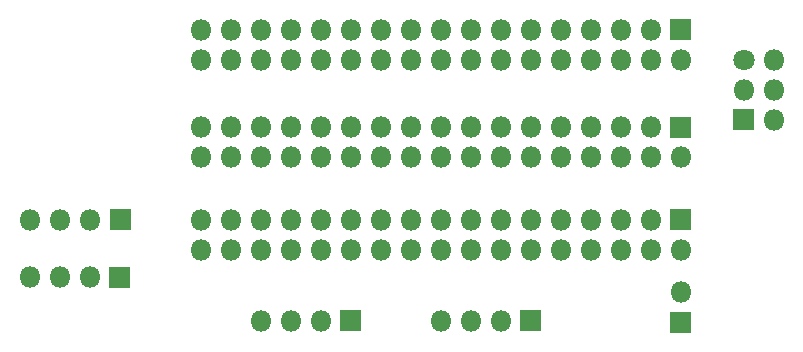
<source format=gbr>
G04 #@! TF.GenerationSoftware,KiCad,Pcbnew,(5.1.9)-1*
G04 #@! TF.CreationDate,2021-09-22T10:05:06+01:00*
G04 #@! TF.ProjectId,Amiga DF0 DF1 Switcher - Design B - Rev 2,416d6967-6120-4444-9630-204446312053,1*
G04 #@! TF.SameCoordinates,Original*
G04 #@! TF.FileFunction,Soldermask,Bot*
G04 #@! TF.FilePolarity,Negative*
%FSLAX46Y46*%
G04 Gerber Fmt 4.6, Leading zero omitted, Abs format (unit mm)*
G04 Created by KiCad (PCBNEW (5.1.9)-1) date 2021-09-22 10:05:06*
%MOMM*%
%LPD*%
G01*
G04 APERTURE LIST*
%ADD10O,1.802000X1.802000*%
%ADD11C,1.802000*%
G04 APERTURE END LIST*
D10*
X177800000Y-143510000D03*
G36*
G01*
X178701000Y-145200000D02*
X178701000Y-146900000D01*
G75*
G02*
X178650000Y-146951000I-51000J0D01*
G01*
X176950000Y-146951000D01*
G75*
G02*
X176899000Y-146900000I0J51000D01*
G01*
X176899000Y-145200000D01*
G75*
G02*
X176950000Y-145149000I51000J0D01*
G01*
X178650000Y-145149000D01*
G75*
G02*
X178701000Y-145200000I0J-51000D01*
G01*
G37*
X122682000Y-142240000D03*
X125222000Y-142240000D03*
X127762000Y-142240000D03*
G36*
G01*
X129452000Y-141339000D02*
X131152000Y-141339000D01*
G75*
G02*
X131203000Y-141390000I0J-51000D01*
G01*
X131203000Y-143090000D01*
G75*
G02*
X131152000Y-143141000I-51000J0D01*
G01*
X129452000Y-143141000D01*
G75*
G02*
X129401000Y-143090000I0J51000D01*
G01*
X129401000Y-141390000D01*
G75*
G02*
X129452000Y-141339000I51000J0D01*
G01*
G37*
X185674000Y-128905000D03*
G36*
G01*
X182233000Y-129755000D02*
X182233000Y-128055000D01*
G75*
G02*
X182284000Y-128004000I51000J0D01*
G01*
X183984000Y-128004000D01*
G75*
G02*
X184035000Y-128055000I0J-51000D01*
G01*
X184035000Y-129755000D01*
G75*
G02*
X183984000Y-129806000I-51000J0D01*
G01*
X182284000Y-129806000D01*
G75*
G02*
X182233000Y-129755000I0J51000D01*
G01*
G37*
X185674000Y-126365000D03*
X183134000Y-126365000D03*
X185674000Y-123825000D03*
D11*
X183134000Y-123825000D03*
D10*
X122732800Y-137350500D03*
X125272800Y-137350500D03*
X127812800Y-137350500D03*
G36*
G01*
X131202800Y-138251500D02*
X129502800Y-138251500D01*
G75*
G02*
X129451800Y-138200500I0J51000D01*
G01*
X129451800Y-136500500D01*
G75*
G02*
X129502800Y-136449500I51000J0D01*
G01*
X131202800Y-136449500D01*
G75*
G02*
X131253800Y-136500500I0J-51000D01*
G01*
X131253800Y-138200500D01*
G75*
G02*
X131202800Y-138251500I-51000J0D01*
G01*
G37*
X137160000Y-139890500D03*
X137160000Y-137350500D03*
X139700000Y-139890500D03*
X139700000Y-137350500D03*
X142240000Y-139890500D03*
X142240000Y-137350500D03*
X144780000Y-139890500D03*
X144780000Y-137350500D03*
X147320000Y-139890500D03*
X147320000Y-137350500D03*
X149860000Y-139890500D03*
X149860000Y-137350500D03*
X152400000Y-139890500D03*
X152400000Y-137350500D03*
X154940000Y-139890500D03*
X154940000Y-137350500D03*
X157480000Y-139890500D03*
X157480000Y-137350500D03*
X160020000Y-139890500D03*
X160020000Y-137350500D03*
X162560000Y-139890500D03*
X162560000Y-137350500D03*
X165100000Y-139890500D03*
X165100000Y-137350500D03*
X167640000Y-139890500D03*
X167640000Y-137350500D03*
X170180000Y-139890500D03*
X170180000Y-137350500D03*
X172720000Y-139890500D03*
X172720000Y-137350500D03*
X175260000Y-139890500D03*
X175260000Y-137350500D03*
X177800000Y-139890500D03*
G36*
G01*
X178650000Y-138251500D02*
X176950000Y-138251500D01*
G75*
G02*
X176899000Y-138200500I0J51000D01*
G01*
X176899000Y-136500500D01*
G75*
G02*
X176950000Y-136449500I51000J0D01*
G01*
X178650000Y-136449500D01*
G75*
G02*
X178701000Y-136500500I0J-51000D01*
G01*
X178701000Y-138200500D01*
G75*
G02*
X178650000Y-138251500I-51000J0D01*
G01*
G37*
G36*
G01*
X176950000Y-128639000D02*
X178650000Y-128639000D01*
G75*
G02*
X178701000Y-128690000I0J-51000D01*
G01*
X178701000Y-130390000D01*
G75*
G02*
X178650000Y-130441000I-51000J0D01*
G01*
X176950000Y-130441000D01*
G75*
G02*
X176899000Y-130390000I0J51000D01*
G01*
X176899000Y-128690000D01*
G75*
G02*
X176950000Y-128639000I51000J0D01*
G01*
G37*
X177800000Y-132080000D03*
X175260000Y-129540000D03*
X175260000Y-132080000D03*
X172720000Y-129540000D03*
X172720000Y-132080000D03*
X170180000Y-129540000D03*
X170180000Y-132080000D03*
X167640000Y-129540000D03*
X167640000Y-132080000D03*
X165100000Y-129540000D03*
X165100000Y-132080000D03*
X162560000Y-129540000D03*
X162560000Y-132080000D03*
X160020000Y-129540000D03*
X160020000Y-132080000D03*
X157480000Y-129540000D03*
X157480000Y-132080000D03*
X154940000Y-129540000D03*
X154940000Y-132080000D03*
X152400000Y-129540000D03*
X152400000Y-132080000D03*
X149860000Y-129540000D03*
X149860000Y-132080000D03*
X147320000Y-129540000D03*
X147320000Y-132080000D03*
X144780000Y-129540000D03*
X144780000Y-132080000D03*
X142240000Y-129540000D03*
X142240000Y-132080000D03*
X139700000Y-129540000D03*
X139700000Y-132080000D03*
X137160000Y-129540000D03*
X137160000Y-132080000D03*
G36*
G01*
X176950000Y-120384000D02*
X178650000Y-120384000D01*
G75*
G02*
X178701000Y-120435000I0J-51000D01*
G01*
X178701000Y-122135000D01*
G75*
G02*
X178650000Y-122186000I-51000J0D01*
G01*
X176950000Y-122186000D01*
G75*
G02*
X176899000Y-122135000I0J51000D01*
G01*
X176899000Y-120435000D01*
G75*
G02*
X176950000Y-120384000I51000J0D01*
G01*
G37*
X177800000Y-123825000D03*
X175260000Y-121285000D03*
X175260000Y-123825000D03*
X172720000Y-121285000D03*
X172720000Y-123825000D03*
X170180000Y-121285000D03*
X170180000Y-123825000D03*
X167640000Y-121285000D03*
X167640000Y-123825000D03*
X165100000Y-121285000D03*
X165100000Y-123825000D03*
X162560000Y-121285000D03*
X162560000Y-123825000D03*
X160020000Y-121285000D03*
X160020000Y-123825000D03*
X157480000Y-121285000D03*
X157480000Y-123825000D03*
X154940000Y-121285000D03*
X154940000Y-123825000D03*
X152400000Y-121285000D03*
X152400000Y-123825000D03*
X149860000Y-121285000D03*
X149860000Y-123825000D03*
X147320000Y-121285000D03*
X147320000Y-123825000D03*
X144780000Y-121285000D03*
X144780000Y-123825000D03*
X142240000Y-121285000D03*
X142240000Y-123825000D03*
X139700000Y-121285000D03*
X139700000Y-123825000D03*
X137160000Y-121285000D03*
X137160000Y-123825000D03*
G36*
G01*
X164250000Y-145022000D02*
X165950000Y-145022000D01*
G75*
G02*
X166001000Y-145073000I0J-51000D01*
G01*
X166001000Y-146773000D01*
G75*
G02*
X165950000Y-146824000I-51000J0D01*
G01*
X164250000Y-146824000D01*
G75*
G02*
X164199000Y-146773000I0J51000D01*
G01*
X164199000Y-145073000D01*
G75*
G02*
X164250000Y-145022000I51000J0D01*
G01*
G37*
X162560000Y-145923000D03*
X160020000Y-145923000D03*
X157480000Y-145923000D03*
G36*
G01*
X149010000Y-145022000D02*
X150710000Y-145022000D01*
G75*
G02*
X150761000Y-145073000I0J-51000D01*
G01*
X150761000Y-146773000D01*
G75*
G02*
X150710000Y-146824000I-51000J0D01*
G01*
X149010000Y-146824000D01*
G75*
G02*
X148959000Y-146773000I0J51000D01*
G01*
X148959000Y-145073000D01*
G75*
G02*
X149010000Y-145022000I51000J0D01*
G01*
G37*
X147320000Y-145923000D03*
X144780000Y-145923000D03*
X142240000Y-145923000D03*
M02*

</source>
